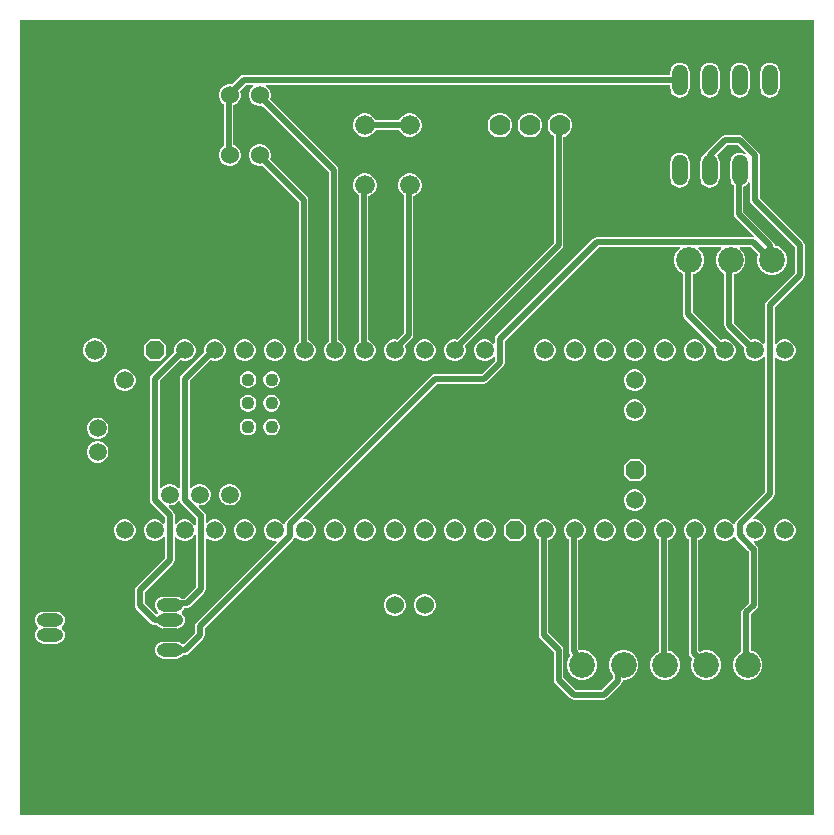
<source format=gbr>
%TF.GenerationSoftware,Altium Limited,Altium Designer,23.10.1 (27)*%
G04 Layer_Physical_Order=2*
G04 Layer_Color=16711680*
%FSLAX45Y45*%
%MOMM*%
%TF.SameCoordinates,630E0BF6-42D4-4CFD-A4DF-94D7906D83A5*%
%TF.FilePolarity,Positive*%
%TF.FileFunction,Copper,L2,Bot,Signal*%
%TF.Part,Single*%
G01*
G75*
%TA.AperFunction,ComponentPad*%
%ADD10C,2.18440*%
%ADD11C,1.52400*%
%ADD12C,1.10795*%
%ADD13C,1.50800*%
%ADD14R,1.50800X1.50800*%
G04:AMPARAMS|DCode=15|XSize=1.508mm|YSize=1.508mm|CornerRadius=0mm|HoleSize=0mm|Usage=FLASHONLY|Rotation=90.000|XOffset=0mm|YOffset=0mm|HoleType=Round|Shape=Octagon|*
%AMOCTAGOND15*
4,1,8,0.37700,0.75400,-0.37700,0.75400,-0.75400,0.37700,-0.75400,-0.37700,-0.37700,-0.75400,0.37700,-0.75400,0.75400,-0.37700,0.75400,0.37700,0.37700,0.75400,0.0*
%
%ADD15OCTAGOND15*%

%ADD16C,1.67640*%
%ADD17R,1.50800X1.50800*%
%ADD18C,1.77800*%
%ADD19O,1.32080X2.64160*%
%ADD20O,2.21590X1.10795*%
%TA.AperFunction,Conductor*%
%ADD21C,0.50800*%
%ADD22C,0.30480*%
G36*
X9897529Y1143000D02*
X3175000D01*
Y7874000D01*
X9897529D01*
Y1143000D01*
D02*
G37*
%LPC*%
G36*
X8763000Y7514021D02*
X8741782Y7511228D01*
X8722009Y7503038D01*
X8705031Y7490009D01*
X8692002Y7473031D01*
X8683812Y7453258D01*
X8681019Y7432040D01*
Y7410040D01*
X5069027D01*
X5053170Y7406886D01*
X5039727Y7397903D01*
X4970737Y7328913D01*
X4965038Y7330440D01*
X4940962D01*
X4917705Y7324208D01*
X4896855Y7312170D01*
X4879830Y7295145D01*
X4867792Y7274295D01*
X4861560Y7251038D01*
Y7226962D01*
X4867792Y7203705D01*
X4879830Y7182855D01*
X4896855Y7165830D01*
X4900591Y7163673D01*
Y6806327D01*
X4896855Y6804170D01*
X4879830Y6787145D01*
X4867792Y6766295D01*
X4861560Y6743038D01*
Y6718962D01*
X4867792Y6695705D01*
X4879830Y6674855D01*
X4896855Y6657830D01*
X4917705Y6645792D01*
X4940962Y6639560D01*
X4965038D01*
X4988295Y6645792D01*
X5009145Y6657830D01*
X5026170Y6674855D01*
X5038208Y6695705D01*
X5044440Y6718962D01*
Y6743038D01*
X5038208Y6766295D01*
X5026170Y6787145D01*
X5009145Y6804170D01*
X4988295Y6816208D01*
X4983463Y6817503D01*
Y7152497D01*
X4988295Y7153792D01*
X5009145Y7165830D01*
X5026170Y7182855D01*
X5038208Y7203705D01*
X5044440Y7226962D01*
Y7251038D01*
X5038208Y7274295D01*
X5036418Y7277395D01*
X5086191Y7327167D01*
X5151430D01*
X5154833Y7314467D01*
X5150855Y7312170D01*
X5133830Y7295145D01*
X5121792Y7274295D01*
X5115560Y7251038D01*
Y7226962D01*
X5121792Y7203705D01*
X5133830Y7182855D01*
X5150855Y7165830D01*
X5171705Y7153792D01*
X5194962Y7147560D01*
X5219038D01*
X5228843Y7150187D01*
X5789591Y6589440D01*
Y5154403D01*
X5786346Y5152530D01*
X5769470Y5135654D01*
X5757537Y5114986D01*
X5751360Y5091933D01*
Y5068067D01*
X5757537Y5045014D01*
X5769470Y5024346D01*
X5786346Y5007470D01*
X5807014Y4995537D01*
X5830067Y4989360D01*
X5853933D01*
X5876986Y4995537D01*
X5897654Y5007470D01*
X5914530Y5024346D01*
X5926463Y5045014D01*
X5932640Y5068067D01*
Y5091933D01*
X5926463Y5114986D01*
X5914530Y5135654D01*
X5897654Y5152530D01*
X5876986Y5164463D01*
X5872463Y5165675D01*
Y6606603D01*
X5869309Y6622460D01*
X5860327Y6635903D01*
X5292275Y7203955D01*
X5298440Y7226962D01*
Y7251038D01*
X5292208Y7274295D01*
X5280170Y7295145D01*
X5263145Y7312170D01*
X5259167Y7314467D01*
X5262570Y7327167D01*
X8681019D01*
Y7299960D01*
X8683812Y7278742D01*
X8692002Y7258969D01*
X8705031Y7241991D01*
X8722009Y7228962D01*
X8741782Y7220772D01*
X8763000Y7217979D01*
X8784218Y7220772D01*
X8803991Y7228962D01*
X8820969Y7241991D01*
X8833998Y7258969D01*
X8842188Y7278742D01*
X8844981Y7299960D01*
Y7432040D01*
X8842188Y7453258D01*
X8833998Y7473031D01*
X8820969Y7490009D01*
X8803991Y7503038D01*
X8784218Y7511228D01*
X8763000Y7514021D01*
D02*
G37*
G36*
X9525000D02*
X9503782Y7511228D01*
X9484009Y7503038D01*
X9467031Y7490009D01*
X9454002Y7473031D01*
X9445812Y7453258D01*
X9443019Y7432040D01*
Y7299960D01*
X9445812Y7278742D01*
X9454002Y7258969D01*
X9467031Y7241991D01*
X9484009Y7228962D01*
X9503782Y7220772D01*
X9525000Y7217979D01*
X9546218Y7220772D01*
X9565991Y7228962D01*
X9582969Y7241991D01*
X9595998Y7258969D01*
X9604188Y7278742D01*
X9606981Y7299960D01*
Y7432040D01*
X9604188Y7453258D01*
X9595998Y7473031D01*
X9582969Y7490009D01*
X9565991Y7503038D01*
X9546218Y7511228D01*
X9525000Y7514021D01*
D02*
G37*
G36*
X9271000D02*
X9249782Y7511228D01*
X9230009Y7503038D01*
X9213031Y7490009D01*
X9200002Y7473031D01*
X9191812Y7453258D01*
X9189019Y7432040D01*
Y7299960D01*
X9191812Y7278742D01*
X9200002Y7258969D01*
X9213031Y7241991D01*
X9230009Y7228962D01*
X9249782Y7220772D01*
X9271000Y7217979D01*
X9292218Y7220772D01*
X9311991Y7228962D01*
X9328969Y7241991D01*
X9341998Y7258969D01*
X9350188Y7278742D01*
X9352981Y7299960D01*
Y7432040D01*
X9350188Y7453258D01*
X9341998Y7473031D01*
X9328969Y7490009D01*
X9311991Y7503038D01*
X9292218Y7511228D01*
X9271000Y7514021D01*
D02*
G37*
G36*
X9017000D02*
X8995782Y7511228D01*
X8976009Y7503038D01*
X8959031Y7490009D01*
X8946002Y7473031D01*
X8937812Y7453258D01*
X8935019Y7432040D01*
Y7299960D01*
X8937812Y7278742D01*
X8946002Y7258969D01*
X8959031Y7241991D01*
X8976009Y7228962D01*
X8995782Y7220772D01*
X9017000Y7217979D01*
X9038218Y7220772D01*
X9057991Y7228962D01*
X9074969Y7241991D01*
X9087998Y7258969D01*
X9096188Y7278742D01*
X9098981Y7299960D01*
Y7432040D01*
X9096188Y7453258D01*
X9087998Y7473031D01*
X9074969Y7490009D01*
X9057991Y7503038D01*
X9038218Y7511228D01*
X9017000Y7514021D01*
D02*
G37*
G36*
X6490041Y7084060D02*
X6463959D01*
X6438764Y7077309D01*
X6416176Y7064268D01*
X6397732Y7045824D01*
X6388042Y7029040D01*
X6184958D01*
X6175268Y7045824D01*
X6156824Y7064268D01*
X6134236Y7077309D01*
X6109041Y7084060D01*
X6082959D01*
X6057764Y7077309D01*
X6035176Y7064268D01*
X6016732Y7045824D01*
X6003691Y7023236D01*
X5996940Y6998041D01*
Y6971959D01*
X6003691Y6946764D01*
X6016732Y6924176D01*
X6035176Y6905732D01*
X6057764Y6892691D01*
X6082959Y6885940D01*
X6109041D01*
X6134236Y6892691D01*
X6156824Y6905732D01*
X6175268Y6924176D01*
X6187965Y6946167D01*
X6385035D01*
X6397732Y6924176D01*
X6416176Y6905732D01*
X6438764Y6892691D01*
X6463959Y6885940D01*
X6490041D01*
X6515236Y6892691D01*
X6537824Y6905732D01*
X6556268Y6924176D01*
X6569309Y6946764D01*
X6576060Y6971959D01*
Y6998041D01*
X6569309Y7023236D01*
X6556268Y7045824D01*
X6537824Y7064268D01*
X6515236Y7077309D01*
X6490041Y7084060D01*
D02*
G37*
G36*
X7506710Y7089140D02*
X7479290D01*
X7452803Y7082043D01*
X7429057Y7068333D01*
X7409667Y7048943D01*
X7395957Y7025197D01*
X7388860Y6998710D01*
Y6971290D01*
X7395957Y6944803D01*
X7409667Y6921057D01*
X7429057Y6901667D01*
X7452803Y6887957D01*
X7479290Y6880860D01*
X7506710D01*
X7533197Y6887957D01*
X7556943Y6901667D01*
X7576333Y6921057D01*
X7590043Y6944803D01*
X7597140Y6971290D01*
Y6998710D01*
X7590043Y7025197D01*
X7576333Y7048943D01*
X7556943Y7068333D01*
X7533197Y7082043D01*
X7506710Y7089140D01*
D02*
G37*
G36*
X7252710D02*
X7225290D01*
X7198803Y7082043D01*
X7175057Y7068333D01*
X7155667Y7048943D01*
X7141957Y7025197D01*
X7134860Y6998710D01*
Y6971290D01*
X7141957Y6944803D01*
X7155667Y6921057D01*
X7175057Y6901667D01*
X7198803Y6887957D01*
X7225290Y6880860D01*
X7252710D01*
X7279197Y6887957D01*
X7302943Y6901667D01*
X7322333Y6921057D01*
X7336043Y6944803D01*
X7343140Y6971290D01*
Y6998710D01*
X7336043Y7025197D01*
X7322333Y7048943D01*
X7302943Y7068333D01*
X7279197Y7082043D01*
X7252710Y7089140D01*
D02*
G37*
G36*
X9271000Y6899436D02*
X9144000D01*
X9128143Y6896282D01*
X9114700Y6887300D01*
X8987700Y6760300D01*
X8978718Y6746857D01*
X8977700Y6741738D01*
X8976009Y6741038D01*
X8959031Y6728009D01*
X8946002Y6711031D01*
X8937812Y6691258D01*
X8935019Y6670040D01*
Y6537960D01*
X8937812Y6516742D01*
X8946002Y6496969D01*
X8959031Y6479991D01*
X8976009Y6466962D01*
X8995782Y6458772D01*
X9017000Y6455979D01*
X9038218Y6458772D01*
X9057991Y6466962D01*
X9074969Y6479991D01*
X9087998Y6496969D01*
X9096188Y6516742D01*
X9098981Y6537960D01*
Y6670040D01*
X9096188Y6691258D01*
X9087998Y6711031D01*
X9074969Y6728009D01*
X9074824Y6730225D01*
X9161164Y6816564D01*
X9253836D01*
X9319127Y6751273D01*
X9311990Y6741038D01*
X9292218Y6749228D01*
X9271000Y6752021D01*
X9249782Y6749228D01*
X9230009Y6741038D01*
X9213031Y6728009D01*
X9200002Y6711031D01*
X9191812Y6691258D01*
X9189019Y6670040D01*
Y6537960D01*
X9191812Y6516742D01*
X9200002Y6496969D01*
X9213031Y6479991D01*
X9218591Y6475724D01*
Y6233973D01*
X9221745Y6218116D01*
X9230727Y6204673D01*
X9387890Y6047510D01*
X9381634Y6035806D01*
X9381160Y6035900D01*
X8058607D01*
X8042750Y6032746D01*
X8029307Y6023763D01*
X8029307Y6023763D01*
X7209700Y5204131D01*
X7200718Y5190688D01*
X7197564Y5174831D01*
Y5138479D01*
X7184864Y5135076D01*
X7184530Y5135654D01*
X7167654Y5152530D01*
X7146986Y5164463D01*
X7123933Y5170640D01*
X7100067D01*
X7077014Y5164463D01*
X7056346Y5152530D01*
X7039470Y5135654D01*
X7027537Y5114986D01*
X7021360Y5091933D01*
Y5068067D01*
X7027537Y5045014D01*
X7039470Y5024346D01*
X7056346Y5007470D01*
X7077014Y4995537D01*
X7100067Y4989360D01*
X7123933D01*
X7146986Y4995537D01*
X7167654Y5007470D01*
X7184530Y5024346D01*
X7184864Y5024924D01*
X7197564Y5021521D01*
Y4989506D01*
X7086933Y4878875D01*
X6691755D01*
X6675899Y4875721D01*
X6662456Y4866739D01*
X6662455Y4866738D01*
X5431700Y3635960D01*
X5422718Y3622517D01*
X5420720Y3612476D01*
X5419590Y3611794D01*
X5407332Y3610265D01*
X5406530Y3611654D01*
X5389654Y3628530D01*
X5368986Y3640463D01*
X5345933Y3646640D01*
X5322067D01*
X5299014Y3640463D01*
X5278346Y3628530D01*
X5261470Y3611654D01*
X5249537Y3590986D01*
X5243360Y3567933D01*
Y3544067D01*
X5249537Y3521014D01*
X5261470Y3500346D01*
X5278346Y3483470D01*
X5299014Y3471537D01*
X5322067Y3465360D01*
X5344458D01*
X5349902Y3458485D01*
X5351967Y3454909D01*
X4669701Y2772661D01*
X4669700Y2772661D01*
X4660718Y2759218D01*
X4657564Y2743361D01*
Y2684164D01*
X4562980Y2589580D01*
X4550776Y2590379D01*
X4536021Y2601702D01*
X4518838Y2608819D01*
X4500397Y2611247D01*
X4389603D01*
X4371162Y2608819D01*
X4353979Y2601702D01*
X4339223Y2590379D01*
X4327901Y2575623D01*
X4320783Y2558440D01*
X4318356Y2540000D01*
X4320783Y2521560D01*
X4327901Y2504377D01*
X4339223Y2489621D01*
X4353979Y2478298D01*
X4371162Y2471181D01*
X4389603Y2468753D01*
X4500397D01*
X4518838Y2471181D01*
X4536021Y2478298D01*
X4550777Y2489621D01*
X4557639Y2498564D01*
X4572000D01*
X4587857Y2501718D01*
X4601300Y2510700D01*
X4728300Y2637700D01*
X4737282Y2651143D01*
X4740436Y2667000D01*
Y2726197D01*
X5490300Y3476040D01*
X5499282Y3489483D01*
X5501280Y3499524D01*
X5514668Y3501735D01*
X5515470Y3500346D01*
X5532346Y3483470D01*
X5553014Y3471537D01*
X5576067Y3465360D01*
X5599933D01*
X5622986Y3471537D01*
X5643654Y3483470D01*
X5660530Y3500346D01*
X5672463Y3521014D01*
X5678640Y3544067D01*
Y3567933D01*
X5672463Y3590986D01*
X5660530Y3611654D01*
X5643654Y3628530D01*
X5622986Y3640463D01*
X5599933Y3646640D01*
X5577539D01*
X5572116Y3653484D01*
X5570032Y3657094D01*
X6708919Y4796003D01*
X7104096D01*
X7119953Y4799157D01*
X7133396Y4808139D01*
X7268300Y4943043D01*
X7277282Y4956486D01*
X7280436Y4972343D01*
Y5157668D01*
X8075771Y5953027D01*
X8762510D01*
X8762528Y5952957D01*
X8764308Y5940327D01*
X8742401Y5918420D01*
X8726016Y5890040D01*
X8717534Y5858386D01*
Y5825614D01*
X8726016Y5793960D01*
X8742401Y5765580D01*
X8765574Y5742407D01*
X8789585Y5728545D01*
Y5384609D01*
X8792739Y5368753D01*
X8801721Y5355310D01*
X9055841Y5101190D01*
X9053360Y5091933D01*
Y5068067D01*
X9059537Y5045014D01*
X9071470Y5024346D01*
X9088346Y5007470D01*
X9109014Y4995537D01*
X9132067Y4989360D01*
X9155933D01*
X9178986Y4995537D01*
X9199654Y5007470D01*
X9216530Y5024346D01*
X9228463Y5045014D01*
X9234640Y5068067D01*
Y5091933D01*
X9228463Y5114986D01*
X9216530Y5135654D01*
X9199654Y5152530D01*
X9178986Y5164463D01*
X9155933Y5170640D01*
X9132067D01*
X9109608Y5164622D01*
X8872457Y5401773D01*
Y5721312D01*
X8890034Y5726022D01*
X8918414Y5742407D01*
X8941587Y5765580D01*
X8957972Y5793960D01*
X8966454Y5825614D01*
Y5858386D01*
X8957972Y5890040D01*
X8941587Y5918420D01*
X8919680Y5940327D01*
X8921460Y5952957D01*
X8921478Y5953027D01*
X9112522D01*
X9112540Y5952957D01*
X9114320Y5940327D01*
X9092413Y5918420D01*
X9076028Y5890040D01*
X9067546Y5858386D01*
Y5825614D01*
X9076028Y5793960D01*
X9092413Y5765580D01*
X9115586Y5742407D01*
X9139597Y5728545D01*
Y5288598D01*
X9142751Y5272741D01*
X9151733Y5259298D01*
X9309841Y5101190D01*
X9307360Y5091933D01*
Y5068067D01*
X9313537Y5045014D01*
X9325470Y5024346D01*
X9342346Y5007470D01*
X9363014Y4995537D01*
X9386067Y4989360D01*
X9409933D01*
X9432986Y4995537D01*
X9453654Y5007470D01*
X9470530Y5024346D01*
X9470864Y5024924D01*
X9483564Y5021521D01*
Y3877824D01*
X9241700Y3635960D01*
X9232718Y3622517D01*
X9230720Y3612476D01*
X9217332Y3610265D01*
X9216530Y3611654D01*
X9199654Y3628530D01*
X9178986Y3640463D01*
X9155933Y3646640D01*
X9132067D01*
X9109014Y3640463D01*
X9088346Y3628530D01*
X9071470Y3611654D01*
X9059537Y3590986D01*
X9053360Y3567933D01*
Y3544067D01*
X9059537Y3521014D01*
X9071470Y3500346D01*
X9088346Y3483470D01*
X9109014Y3471537D01*
X9132067Y3465360D01*
X9155933D01*
X9178986Y3471537D01*
X9199654Y3483470D01*
X9216530Y3500346D01*
X9218102Y3503069D01*
X9226657Y3502930D01*
X9231491Y3500858D01*
X9232716Y3494695D01*
X9232717Y3494692D01*
X9232718Y3494690D01*
X9237230Y3487937D01*
X9241697Y3481250D01*
X9343728Y3379193D01*
X9343730Y3379192D01*
X9343732Y3379190D01*
X9345591Y3377331D01*
Y2940767D01*
X9295726Y2890902D01*
X9286744Y2877459D01*
X9283590Y2861602D01*
Y2526455D01*
X9259578Y2512593D01*
X9236406Y2489420D01*
X9220020Y2461040D01*
X9211539Y2429386D01*
Y2396614D01*
X9220020Y2364960D01*
X9236406Y2336580D01*
X9259578Y2313407D01*
X9287959Y2297022D01*
X9319613Y2288540D01*
X9352384D01*
X9384038Y2297022D01*
X9412419Y2313407D01*
X9435591Y2336580D01*
X9451977Y2364960D01*
X9460459Y2396614D01*
Y2429386D01*
X9451977Y2461040D01*
X9435591Y2489420D01*
X9412419Y2512593D01*
X9384038Y2528978D01*
X9366462Y2533688D01*
Y2844439D01*
X9416327Y2894304D01*
X9425309Y2907747D01*
X9428464Y2923603D01*
X9428463Y2923605D01*
Y3394494D01*
X9425309Y3410351D01*
X9416327Y3423794D01*
X9402335Y3437786D01*
X9387465Y3452660D01*
X9392726Y3465360D01*
X9409933D01*
X9432986Y3471537D01*
X9453654Y3483470D01*
X9470530Y3500346D01*
X9482463Y3521014D01*
X9488640Y3544067D01*
Y3567933D01*
X9482463Y3590986D01*
X9470530Y3611654D01*
X9453654Y3628530D01*
X9432986Y3640463D01*
X9409933Y3646640D01*
X9387540D01*
X9382108Y3653497D01*
X9380032Y3657093D01*
X9554300Y3831360D01*
X9563282Y3844803D01*
X9566437Y3860660D01*
X9566436Y3860662D01*
Y5021521D01*
X9579136Y5024924D01*
X9579470Y5024346D01*
X9596346Y5007470D01*
X9617014Y4995537D01*
X9640067Y4989360D01*
X9663933D01*
X9686986Y4995537D01*
X9707654Y5007470D01*
X9724530Y5024346D01*
X9736463Y5045014D01*
X9742640Y5068067D01*
Y5091933D01*
X9736463Y5114986D01*
X9724530Y5135654D01*
X9707654Y5152530D01*
X9686986Y5164463D01*
X9663933Y5170640D01*
X9640067D01*
X9617014Y5164463D01*
X9596346Y5152530D01*
X9579470Y5135654D01*
X9579136Y5135076D01*
X9566436Y5138479D01*
Y5443836D01*
X9808300Y5685700D01*
X9817282Y5699143D01*
X9820437Y5715000D01*
X9820436Y5715001D01*
Y5969000D01*
X9817282Y5984857D01*
X9808300Y5998300D01*
X9439436Y6367164D01*
Y6710995D01*
X9437447Y6720997D01*
X9439436Y6731000D01*
X9436282Y6746857D01*
X9427300Y6760300D01*
X9300300Y6887300D01*
X9286857Y6896282D01*
X9271000Y6899436D01*
D02*
G37*
G36*
X8763000Y6752021D02*
X8741782Y6749228D01*
X8722009Y6741038D01*
X8705031Y6728009D01*
X8692002Y6711031D01*
X8683812Y6691258D01*
X8681019Y6670040D01*
Y6537960D01*
X8683812Y6516742D01*
X8692002Y6496969D01*
X8705031Y6479991D01*
X8722009Y6466962D01*
X8741782Y6458772D01*
X8763000Y6455979D01*
X8784218Y6458772D01*
X8803991Y6466962D01*
X8820969Y6479991D01*
X8833998Y6496969D01*
X8842188Y6516742D01*
X8844981Y6537960D01*
Y6670040D01*
X8842188Y6691258D01*
X8833998Y6711031D01*
X8820969Y6728009D01*
X8803991Y6741038D01*
X8784218Y6749228D01*
X8763000Y6752021D01*
D02*
G37*
G36*
X7760710Y7089140D02*
X7733290D01*
X7706803Y7082043D01*
X7683057Y7068333D01*
X7663667Y7048943D01*
X7649957Y7025197D01*
X7642860Y6998710D01*
Y6971290D01*
X7649957Y6944803D01*
X7663667Y6921057D01*
X7683057Y6901667D01*
X7694591Y6895008D01*
Y5988767D01*
X6875084Y5169260D01*
X6869933Y5170640D01*
X6846067D01*
X6823014Y5164463D01*
X6802346Y5152530D01*
X6785470Y5135654D01*
X6773537Y5114986D01*
X6767360Y5091933D01*
Y5068067D01*
X6773537Y5045014D01*
X6785470Y5024346D01*
X6802346Y5007470D01*
X6823014Y4995537D01*
X6846067Y4989360D01*
X6869933D01*
X6892986Y4995537D01*
X6913654Y5007470D01*
X6930530Y5024346D01*
X6942463Y5045014D01*
X6948640Y5068067D01*
Y5091933D01*
X6942463Y5114986D01*
X6940833Y5117809D01*
X7765327Y5942304D01*
X7774309Y5955747D01*
X7777463Y5971603D01*
Y6885349D01*
X7787197Y6887957D01*
X7810943Y6901667D01*
X7830333Y6921057D01*
X7844043Y6944803D01*
X7851140Y6971290D01*
Y6998710D01*
X7844043Y7025197D01*
X7830333Y7048943D01*
X7810943Y7068333D01*
X7787197Y7082043D01*
X7760710Y7089140D01*
D02*
G37*
G36*
X6490041Y6576060D02*
X6463959D01*
X6438764Y6569309D01*
X6416176Y6556268D01*
X6397732Y6537824D01*
X6384691Y6515236D01*
X6377940Y6490041D01*
Y6463959D01*
X6384691Y6438764D01*
X6397732Y6416176D01*
X6416176Y6397732D01*
X6424591Y6392874D01*
Y5226767D01*
X6367084Y5169260D01*
X6361933Y5170640D01*
X6338067D01*
X6315014Y5164463D01*
X6294346Y5152530D01*
X6277470Y5135654D01*
X6265537Y5114986D01*
X6259360Y5091933D01*
Y5068067D01*
X6265537Y5045014D01*
X6277470Y5024346D01*
X6294346Y5007470D01*
X6315014Y4995537D01*
X6338067Y4989360D01*
X6361933D01*
X6384986Y4995537D01*
X6405654Y5007470D01*
X6422530Y5024346D01*
X6434463Y5045014D01*
X6440640Y5068067D01*
Y5091933D01*
X6434463Y5114986D01*
X6432833Y5117809D01*
X6495327Y5180304D01*
X6504309Y5193747D01*
X6507463Y5209604D01*
Y6382608D01*
X6515236Y6384691D01*
X6537824Y6397732D01*
X6556268Y6416176D01*
X6569309Y6438764D01*
X6576060Y6463959D01*
Y6490041D01*
X6569309Y6515236D01*
X6556268Y6537824D01*
X6537824Y6556268D01*
X6515236Y6569309D01*
X6490041Y6576060D01*
D02*
G37*
G36*
X8901933Y5170640D02*
X8878067D01*
X8855014Y5164463D01*
X8834346Y5152530D01*
X8817470Y5135654D01*
X8805537Y5114986D01*
X8799360Y5091933D01*
Y5068067D01*
X8805537Y5045014D01*
X8817470Y5024346D01*
X8834346Y5007470D01*
X8855014Y4995537D01*
X8878067Y4989360D01*
X8901933D01*
X8924986Y4995537D01*
X8945654Y5007470D01*
X8962530Y5024346D01*
X8974463Y5045014D01*
X8980640Y5068067D01*
Y5091933D01*
X8974463Y5114986D01*
X8962530Y5135654D01*
X8945654Y5152530D01*
X8924986Y5164463D01*
X8901933Y5170640D01*
D02*
G37*
G36*
X8647933D02*
X8624067D01*
X8601014Y5164463D01*
X8580346Y5152530D01*
X8563470Y5135654D01*
X8551537Y5114986D01*
X8545360Y5091933D01*
Y5068067D01*
X8551537Y5045014D01*
X8563470Y5024346D01*
X8580346Y5007470D01*
X8601014Y4995537D01*
X8624067Y4989360D01*
X8647933D01*
X8670986Y4995537D01*
X8691654Y5007470D01*
X8708530Y5024346D01*
X8720463Y5045014D01*
X8726640Y5068067D01*
Y5091933D01*
X8720463Y5114986D01*
X8708530Y5135654D01*
X8691654Y5152530D01*
X8670986Y5164463D01*
X8647933Y5170640D01*
D02*
G37*
G36*
X8393933D02*
X8370067D01*
X8347014Y5164463D01*
X8326346Y5152530D01*
X8309470Y5135654D01*
X8297537Y5114986D01*
X8291360Y5091933D01*
Y5068067D01*
X8297537Y5045014D01*
X8309470Y5024346D01*
X8326346Y5007470D01*
X8347014Y4995537D01*
X8370067Y4989360D01*
X8393933D01*
X8416986Y4995537D01*
X8437654Y5007470D01*
X8454530Y5024346D01*
X8466463Y5045014D01*
X8472640Y5068067D01*
Y5091933D01*
X8466463Y5114986D01*
X8454530Y5135654D01*
X8437654Y5152530D01*
X8416986Y5164463D01*
X8393933Y5170640D01*
D02*
G37*
G36*
X8139933D02*
X8116067D01*
X8093014Y5164463D01*
X8072346Y5152530D01*
X8055470Y5135654D01*
X8043537Y5114986D01*
X8037360Y5091933D01*
Y5068067D01*
X8043537Y5045014D01*
X8055470Y5024346D01*
X8072346Y5007470D01*
X8093014Y4995537D01*
X8116067Y4989360D01*
X8139933D01*
X8162986Y4995537D01*
X8183654Y5007470D01*
X8200530Y5024346D01*
X8212463Y5045014D01*
X8218640Y5068067D01*
Y5091933D01*
X8212463Y5114986D01*
X8200530Y5135654D01*
X8183654Y5152530D01*
X8162986Y5164463D01*
X8139933Y5170640D01*
D02*
G37*
G36*
X7885933D02*
X7862067D01*
X7839014Y5164463D01*
X7818346Y5152530D01*
X7801470Y5135654D01*
X7789537Y5114986D01*
X7783360Y5091933D01*
Y5068067D01*
X7789537Y5045014D01*
X7801470Y5024346D01*
X7818346Y5007470D01*
X7839014Y4995537D01*
X7862067Y4989360D01*
X7885933D01*
X7908986Y4995537D01*
X7929654Y5007470D01*
X7946530Y5024346D01*
X7958463Y5045014D01*
X7964640Y5068067D01*
Y5091933D01*
X7958463Y5114986D01*
X7946530Y5135654D01*
X7929654Y5152530D01*
X7908986Y5164463D01*
X7885933Y5170640D01*
D02*
G37*
G36*
X7631933D02*
X7608067D01*
X7585014Y5164463D01*
X7564346Y5152530D01*
X7547470Y5135654D01*
X7535537Y5114986D01*
X7529360Y5091933D01*
Y5068067D01*
X7535537Y5045014D01*
X7547470Y5024346D01*
X7564346Y5007470D01*
X7585014Y4995537D01*
X7608067Y4989360D01*
X7631933D01*
X7654986Y4995537D01*
X7675654Y5007470D01*
X7692530Y5024346D01*
X7704463Y5045014D01*
X7710640Y5068067D01*
Y5091933D01*
X7704463Y5114986D01*
X7692530Y5135654D01*
X7675654Y5152530D01*
X7654986Y5164463D01*
X7631933Y5170640D01*
D02*
G37*
G36*
X6615933D02*
X6592067D01*
X6569014Y5164463D01*
X6548346Y5152530D01*
X6531470Y5135654D01*
X6519537Y5114986D01*
X6513360Y5091933D01*
Y5068067D01*
X6519537Y5045014D01*
X6531470Y5024346D01*
X6548346Y5007470D01*
X6569014Y4995537D01*
X6592067Y4989360D01*
X6615933D01*
X6638986Y4995537D01*
X6659654Y5007470D01*
X6676530Y5024346D01*
X6688463Y5045014D01*
X6694640Y5068067D01*
Y5091933D01*
X6688463Y5114986D01*
X6676530Y5135654D01*
X6659654Y5152530D01*
X6638986Y5164463D01*
X6615933Y5170640D01*
D02*
G37*
G36*
X6109041Y6576060D02*
X6082959D01*
X6057764Y6569309D01*
X6035176Y6556268D01*
X6016732Y6537824D01*
X6003691Y6515236D01*
X5996940Y6490041D01*
Y6463959D01*
X6003691Y6438764D01*
X6016732Y6416176D01*
X6035176Y6397732D01*
X6043591Y6392874D01*
Y5154403D01*
X6040346Y5152530D01*
X6023470Y5135654D01*
X6011537Y5114986D01*
X6005360Y5091933D01*
Y5068067D01*
X6011537Y5045014D01*
X6023470Y5024346D01*
X6040346Y5007470D01*
X6061014Y4995537D01*
X6084067Y4989360D01*
X6107933D01*
X6130986Y4995537D01*
X6151654Y5007470D01*
X6168530Y5024346D01*
X6180463Y5045014D01*
X6186640Y5068067D01*
Y5091933D01*
X6180463Y5114986D01*
X6168530Y5135654D01*
X6151654Y5152530D01*
X6130986Y5164463D01*
X6126463Y5165675D01*
Y6382608D01*
X6134236Y6384691D01*
X6156824Y6397732D01*
X6175268Y6416176D01*
X6188309Y6438764D01*
X6195060Y6463959D01*
Y6490041D01*
X6188309Y6515236D01*
X6175268Y6537824D01*
X6156824Y6556268D01*
X6134236Y6569309D01*
X6109041Y6576060D01*
D02*
G37*
G36*
X5219038Y6822440D02*
X5194962D01*
X5171705Y6816208D01*
X5150855Y6804170D01*
X5133830Y6787145D01*
X5121792Y6766295D01*
X5115560Y6743038D01*
Y6718962D01*
X5121792Y6695705D01*
X5133830Y6674855D01*
X5150855Y6657830D01*
X5171705Y6645792D01*
X5194962Y6639560D01*
X5219038D01*
X5228843Y6642187D01*
X5535591Y6335440D01*
Y5154403D01*
X5532346Y5152530D01*
X5515470Y5135654D01*
X5503537Y5114986D01*
X5497360Y5091933D01*
Y5068067D01*
X5503537Y5045014D01*
X5515470Y5024346D01*
X5532346Y5007470D01*
X5553014Y4995537D01*
X5576067Y4989360D01*
X5599933D01*
X5622986Y4995537D01*
X5643654Y5007470D01*
X5660530Y5024346D01*
X5672463Y5045014D01*
X5678640Y5068067D01*
Y5091933D01*
X5672463Y5114986D01*
X5660530Y5135654D01*
X5643654Y5152530D01*
X5622986Y5164463D01*
X5618463Y5165675D01*
Y6352604D01*
X5615309Y6368460D01*
X5606327Y6381903D01*
X5292275Y6695955D01*
X5298440Y6718962D01*
Y6743038D01*
X5292208Y6766295D01*
X5280170Y6787145D01*
X5263145Y6804170D01*
X5242295Y6816208D01*
X5219038Y6822440D01*
D02*
G37*
G36*
X5345933Y5170640D02*
X5322067D01*
X5299014Y5164463D01*
X5278346Y5152530D01*
X5261470Y5135654D01*
X5249537Y5114986D01*
X5243360Y5091933D01*
Y5068067D01*
X5249537Y5045014D01*
X5261470Y5024346D01*
X5278346Y5007470D01*
X5299014Y4995537D01*
X5322067Y4989360D01*
X5345933D01*
X5368986Y4995537D01*
X5389654Y5007470D01*
X5406530Y5024346D01*
X5418463Y5045014D01*
X5424640Y5068067D01*
Y5091933D01*
X5418463Y5114986D01*
X5406530Y5135654D01*
X5389654Y5152530D01*
X5368986Y5164463D01*
X5345933Y5170640D01*
D02*
G37*
G36*
X5091933D02*
X5068067D01*
X5045014Y5164463D01*
X5024346Y5152530D01*
X5007470Y5135654D01*
X4995537Y5114986D01*
X4989360Y5091933D01*
Y5068067D01*
X4995537Y5045014D01*
X5007470Y5024346D01*
X5024346Y5007470D01*
X5045014Y4995537D01*
X5068067Y4989360D01*
X5091933D01*
X5114986Y4995537D01*
X5135654Y5007470D01*
X5152530Y5024346D01*
X5164463Y5045014D01*
X5170640Y5068067D01*
Y5091933D01*
X5164463Y5114986D01*
X5152530Y5135654D01*
X5135654Y5152530D01*
X5114986Y5164463D01*
X5091933Y5170640D01*
D02*
G37*
G36*
X4837933D02*
X4814067D01*
X4791014Y5164463D01*
X4770346Y5152530D01*
X4753470Y5135654D01*
X4741537Y5114986D01*
X4735360Y5091933D01*
Y5068067D01*
X4736740Y5062916D01*
X4542700Y4868876D01*
X4533718Y4855433D01*
X4530564Y4839576D01*
Y3914479D01*
X4517864Y3911076D01*
X4517530Y3911654D01*
X4500654Y3928529D01*
X4479986Y3940462D01*
X4456933Y3946639D01*
X4433067D01*
X4410014Y3940462D01*
X4389346Y3928529D01*
X4372470Y3911654D01*
X4372136Y3911076D01*
X4359436Y3914479D01*
Y4822413D01*
X4534191Y4997167D01*
X4537014Y4995537D01*
X4560067Y4989360D01*
X4583933D01*
X4606986Y4995537D01*
X4627654Y5007470D01*
X4644530Y5024346D01*
X4656463Y5045014D01*
X4662640Y5068067D01*
Y5091933D01*
X4656463Y5114986D01*
X4644530Y5135654D01*
X4627654Y5152530D01*
X4606986Y5164463D01*
X4583933Y5170640D01*
X4560067D01*
X4537014Y5164463D01*
X4516346Y5152530D01*
X4499470Y5135654D01*
X4487537Y5114986D01*
X4481360Y5091933D01*
Y5068067D01*
X4482740Y5062916D01*
X4288700Y4868876D01*
X4279718Y4855433D01*
X4276564Y4839576D01*
Y3810546D01*
X4279718Y3794689D01*
X4288700Y3781246D01*
X4403564Y3666383D01*
Y3614479D01*
X4390864Y3611076D01*
X4390530Y3611654D01*
X4373654Y3628530D01*
X4352986Y3640463D01*
X4329933Y3646640D01*
X4306067D01*
X4283014Y3640463D01*
X4262346Y3628530D01*
X4245470Y3611654D01*
X4233537Y3590986D01*
X4227360Y3567933D01*
Y3544067D01*
X4233537Y3521014D01*
X4245470Y3500346D01*
X4262346Y3483470D01*
X4283014Y3471537D01*
X4306067Y3465360D01*
X4329933D01*
X4352986Y3471537D01*
X4373654Y3483470D01*
X4390530Y3500346D01*
X4390864Y3500924D01*
X4403564Y3497521D01*
Y3319164D01*
X4161700Y3077300D01*
X4152718Y3063857D01*
X4149564Y3048000D01*
Y2921000D01*
X4152718Y2905143D01*
X4161700Y2891700D01*
X4288700Y2764700D01*
X4302143Y2755718D01*
X4318000Y2752564D01*
X4332361D01*
X4339223Y2743621D01*
X4353979Y2732298D01*
X4371162Y2725181D01*
X4389603Y2722753D01*
X4500397D01*
X4518838Y2725181D01*
X4536021Y2732298D01*
X4550777Y2743621D01*
X4562099Y2758376D01*
X4569217Y2775560D01*
X4571644Y2794000D01*
X4569217Y2812440D01*
X4562099Y2829623D01*
X4550777Y2844379D01*
X4544108Y2849496D01*
Y2865504D01*
X4550777Y2870621D01*
X4562099Y2885376D01*
X4565604Y2893839D01*
X4586275D01*
X4602132Y2896993D01*
X4615575Y2905975D01*
X4736665Y3027065D01*
X4745647Y3040508D01*
X4748801Y3056365D01*
Y3294757D01*
Y3487054D01*
X4761501Y3492315D01*
X4770346Y3483470D01*
X4791014Y3471537D01*
X4814067Y3465360D01*
X4837933D01*
X4860986Y3471537D01*
X4881654Y3483470D01*
X4898530Y3500346D01*
X4910463Y3521014D01*
X4916640Y3544067D01*
Y3567933D01*
X4910463Y3590986D01*
X4898530Y3611654D01*
X4881654Y3628530D01*
X4860986Y3640463D01*
X4837933Y3646640D01*
X4814067D01*
X4791014Y3640463D01*
X4770346Y3628530D01*
X4761501Y3619685D01*
X4748801Y3624946D01*
Y3683000D01*
X4745647Y3698857D01*
X4736665Y3712300D01*
X4723222Y3721282D01*
X4718348Y3722252D01*
X4687940Y3752660D01*
X4693201Y3765360D01*
X4710933D01*
X4733986Y3771537D01*
X4754654Y3783469D01*
X4771530Y3800345D01*
X4783463Y3821014D01*
X4789640Y3844066D01*
Y3867932D01*
X4783463Y3890985D01*
X4771530Y3911654D01*
X4754654Y3928529D01*
X4733986Y3940462D01*
X4710933Y3946639D01*
X4687067D01*
X4664014Y3940462D01*
X4643346Y3928529D01*
X4626470Y3911654D01*
X4626136Y3911076D01*
X4613436Y3914479D01*
Y4822413D01*
X4788191Y4997167D01*
X4791014Y4995537D01*
X4814067Y4989360D01*
X4837933D01*
X4860986Y4995537D01*
X4881654Y5007470D01*
X4898530Y5024346D01*
X4910463Y5045014D01*
X4916640Y5068067D01*
Y5091933D01*
X4910463Y5114986D01*
X4898530Y5135654D01*
X4881654Y5152530D01*
X4860986Y5164463D01*
X4837933Y5170640D01*
D02*
G37*
G36*
X4363320D02*
X4272680D01*
X4227360Y5125320D01*
Y5034680D01*
X4272680Y4989360D01*
X4363320D01*
X4408640Y5034680D01*
Y5125320D01*
X4363320Y5170640D01*
D02*
G37*
G36*
X3823041Y5179060D02*
X3796959D01*
X3771764Y5172309D01*
X3749176Y5159268D01*
X3730732Y5140824D01*
X3717691Y5118236D01*
X3710940Y5093041D01*
Y5066959D01*
X3717691Y5041764D01*
X3730732Y5019176D01*
X3749176Y5000732D01*
X3771764Y4987691D01*
X3796959Y4980940D01*
X3823041D01*
X3848236Y4987691D01*
X3870824Y5000732D01*
X3889268Y5019176D01*
X3902309Y5041764D01*
X3909060Y5066959D01*
Y5093041D01*
X3902309Y5118236D01*
X3889268Y5140824D01*
X3870824Y5159268D01*
X3848236Y5172309D01*
X3823041Y5179060D01*
D02*
G37*
G36*
X5316300Y4900625D02*
X5297700D01*
X5279735Y4895811D01*
X5263627Y4886512D01*
X5250476Y4873360D01*
X5241176Y4857253D01*
X5236362Y4839288D01*
Y4820688D01*
X5241176Y4802723D01*
X5250476Y4786615D01*
X5263627Y4773464D01*
X5279735Y4764164D01*
X5297700Y4759350D01*
X5316300D01*
X5334265Y4764164D01*
X5350372Y4773464D01*
X5363524Y4786615D01*
X5372823Y4802723D01*
X5377637Y4820688D01*
Y4839288D01*
X5372823Y4857253D01*
X5363524Y4873360D01*
X5350372Y4886512D01*
X5334265Y4895811D01*
X5316300Y4900625D01*
D02*
G37*
G36*
X5116300D02*
X5097700D01*
X5079735Y4895811D01*
X5063628Y4886512D01*
X5050476Y4873360D01*
X5041177Y4857253D01*
X5036363Y4839288D01*
Y4820688D01*
X5041177Y4802723D01*
X5050476Y4786615D01*
X5063628Y4773464D01*
X5079735Y4764164D01*
X5097700Y4759350D01*
X5116300D01*
X5134265Y4764164D01*
X5150373Y4773464D01*
X5163524Y4786615D01*
X5172824Y4802723D01*
X5177638Y4820688D01*
Y4839288D01*
X5172824Y4857253D01*
X5163524Y4873360D01*
X5150373Y4886512D01*
X5134265Y4895811D01*
X5116300Y4900625D01*
D02*
G37*
G36*
X8393933Y4916640D02*
X8370067D01*
X8347014Y4910463D01*
X8326346Y4898530D01*
X8309470Y4881654D01*
X8297537Y4860986D01*
X8291360Y4837933D01*
Y4814067D01*
X8297537Y4791014D01*
X8309470Y4770346D01*
X8326346Y4753470D01*
X8347014Y4741537D01*
X8370067Y4735360D01*
X8393933D01*
X8416986Y4741537D01*
X8437654Y4753470D01*
X8454530Y4770346D01*
X8466463Y4791014D01*
X8472640Y4814067D01*
Y4837933D01*
X8466463Y4860986D01*
X8454530Y4881654D01*
X8437654Y4898530D01*
X8416986Y4910463D01*
X8393933Y4916640D01*
D02*
G37*
G36*
X4075933D02*
X4052067D01*
X4029014Y4910463D01*
X4008346Y4898530D01*
X3991470Y4881654D01*
X3979537Y4860986D01*
X3973360Y4837933D01*
Y4814067D01*
X3979537Y4791014D01*
X3991470Y4770346D01*
X4008346Y4753470D01*
X4029014Y4741537D01*
X4052067Y4735360D01*
X4075933D01*
X4098986Y4741537D01*
X4119654Y4753470D01*
X4136530Y4770346D01*
X4148463Y4791014D01*
X4154640Y4814067D01*
Y4837933D01*
X4148463Y4860986D01*
X4136530Y4881654D01*
X4119654Y4898530D01*
X4098986Y4910463D01*
X4075933Y4916640D01*
D02*
G37*
G36*
X5316300Y4700626D02*
X5297700D01*
X5279735Y4695812D01*
X5263627Y4686512D01*
X5250476Y4673361D01*
X5241176Y4657253D01*
X5236362Y4639288D01*
Y4620688D01*
X5241176Y4602723D01*
X5250476Y4586616D01*
X5263627Y4573464D01*
X5279735Y4564165D01*
X5297700Y4559351D01*
X5316300D01*
X5334265Y4564165D01*
X5350372Y4573464D01*
X5363524Y4586616D01*
X5372823Y4602723D01*
X5377637Y4620688D01*
Y4639288D01*
X5372823Y4657253D01*
X5363524Y4673361D01*
X5350372Y4686512D01*
X5334265Y4695812D01*
X5316300Y4700626D01*
D02*
G37*
G36*
X5116300D02*
X5097700D01*
X5079735Y4695812D01*
X5063628Y4686512D01*
X5050476Y4673361D01*
X5041177Y4657253D01*
X5036363Y4639288D01*
Y4620688D01*
X5041177Y4602723D01*
X5050476Y4586616D01*
X5063628Y4573464D01*
X5079735Y4564165D01*
X5097700Y4559351D01*
X5116300D01*
X5134265Y4564165D01*
X5150373Y4573464D01*
X5163524Y4586616D01*
X5172824Y4602723D01*
X5177638Y4620688D01*
Y4639288D01*
X5172824Y4657253D01*
X5163524Y4673361D01*
X5150373Y4686512D01*
X5134265Y4695812D01*
X5116300Y4700626D01*
D02*
G37*
G36*
X8393933Y4662640D02*
X8370067D01*
X8347014Y4656463D01*
X8326346Y4644530D01*
X8309470Y4627654D01*
X8297537Y4606986D01*
X8291360Y4583933D01*
Y4560067D01*
X8297537Y4537014D01*
X8309470Y4516346D01*
X8326346Y4499470D01*
X8347014Y4487537D01*
X8370067Y4481360D01*
X8393933D01*
X8416986Y4487537D01*
X8437654Y4499470D01*
X8454530Y4516346D01*
X8466463Y4537014D01*
X8472640Y4560067D01*
Y4583933D01*
X8466463Y4606986D01*
X8454530Y4627654D01*
X8437654Y4644530D01*
X8416986Y4656463D01*
X8393933Y4662640D01*
D02*
G37*
G36*
X5316300Y4500626D02*
X5297700D01*
X5279735Y4495812D01*
X5263627Y4486513D01*
X5250476Y4473361D01*
X5241176Y4457254D01*
X5236362Y4439288D01*
Y4420689D01*
X5241176Y4402723D01*
X5250476Y4386616D01*
X5263627Y4373464D01*
X5279735Y4364165D01*
X5297700Y4359351D01*
X5316300D01*
X5334265Y4364165D01*
X5350372Y4373464D01*
X5363524Y4386616D01*
X5372823Y4402723D01*
X5377637Y4420689D01*
Y4439288D01*
X5372823Y4457254D01*
X5363524Y4473361D01*
X5350372Y4486513D01*
X5334265Y4495812D01*
X5316300Y4500626D01*
D02*
G37*
G36*
X5116300D02*
X5097700D01*
X5079735Y4495812D01*
X5063628Y4486513D01*
X5050476Y4473361D01*
X5041177Y4457254D01*
X5036363Y4439288D01*
Y4420689D01*
X5041177Y4402723D01*
X5050476Y4386616D01*
X5063628Y4373464D01*
X5079735Y4364165D01*
X5097700Y4359351D01*
X5116300D01*
X5134265Y4364165D01*
X5150373Y4373464D01*
X5163524Y4386616D01*
X5172824Y4402723D01*
X5177638Y4420689D01*
Y4439288D01*
X5172824Y4457254D01*
X5163524Y4473361D01*
X5150373Y4486513D01*
X5134265Y4495812D01*
X5116300Y4500626D01*
D02*
G37*
G36*
X3844945Y4508640D02*
X3821079D01*
X3798027Y4502463D01*
X3777358Y4490530D01*
X3760482Y4473654D01*
X3748550Y4452986D01*
X3742372Y4429933D01*
Y4406067D01*
X3748550Y4383014D01*
X3760482Y4362346D01*
X3777358Y4345470D01*
X3798027Y4333537D01*
X3821079Y4327360D01*
X3844945D01*
X3867998Y4333537D01*
X3888667Y4345470D01*
X3905542Y4362346D01*
X3917475Y4383014D01*
X3923652Y4406067D01*
Y4429933D01*
X3917475Y4452986D01*
X3905542Y4473654D01*
X3888667Y4490530D01*
X3867998Y4502463D01*
X3844945Y4508640D01*
D02*
G37*
G36*
Y4308640D02*
X3821079D01*
X3798027Y4302463D01*
X3777358Y4290530D01*
X3760482Y4273654D01*
X3748550Y4252986D01*
X3742372Y4229933D01*
Y4206067D01*
X3748550Y4183014D01*
X3760482Y4162346D01*
X3777358Y4145470D01*
X3798027Y4133537D01*
X3821079Y4127360D01*
X3844945D01*
X3867998Y4133537D01*
X3888667Y4145470D01*
X3905542Y4162346D01*
X3917475Y4183014D01*
X3923652Y4206067D01*
Y4229933D01*
X3917475Y4252986D01*
X3905542Y4273654D01*
X3888667Y4290530D01*
X3867998Y4302463D01*
X3844945Y4308640D01*
D02*
G37*
G36*
X8427320Y4154640D02*
X8336680D01*
X8291360Y4109320D01*
Y4018680D01*
X8336680Y3973360D01*
X8427320D01*
X8472640Y4018680D01*
Y4109320D01*
X8427320Y4154640D01*
D02*
G37*
G36*
X4964933Y3946639D02*
X4941067D01*
X4918014Y3940462D01*
X4897346Y3928529D01*
X4880470Y3911654D01*
X4868537Y3890985D01*
X4862360Y3867932D01*
Y3844066D01*
X4868537Y3821014D01*
X4880470Y3800345D01*
X4897346Y3783469D01*
X4918014Y3771537D01*
X4941067Y3765360D01*
X4964933D01*
X4987986Y3771537D01*
X5008654Y3783469D01*
X5025530Y3800345D01*
X5037463Y3821014D01*
X5043640Y3844066D01*
Y3867932D01*
X5037463Y3890985D01*
X5025530Y3911654D01*
X5008654Y3928529D01*
X4987986Y3940462D01*
X4964933Y3946639D01*
D02*
G37*
G36*
X8393933Y3900640D02*
X8370067D01*
X8347014Y3894463D01*
X8326346Y3882530D01*
X8309470Y3865654D01*
X8297537Y3844986D01*
X8291360Y3821933D01*
Y3798067D01*
X8297537Y3775014D01*
X8309470Y3754346D01*
X8326346Y3737470D01*
X8347014Y3725537D01*
X8370067Y3719360D01*
X8393933D01*
X8416986Y3725537D01*
X8437654Y3737470D01*
X8454530Y3754346D01*
X8466463Y3775014D01*
X8472640Y3798067D01*
Y3821933D01*
X8466463Y3844986D01*
X8454530Y3865654D01*
X8437654Y3882530D01*
X8416986Y3894463D01*
X8393933Y3900640D01*
D02*
G37*
G36*
X9663933Y3646640D02*
X9640067D01*
X9617014Y3640463D01*
X9596346Y3628530D01*
X9579470Y3611654D01*
X9567537Y3590986D01*
X9561360Y3567933D01*
Y3544067D01*
X9567537Y3521014D01*
X9579470Y3500346D01*
X9596346Y3483470D01*
X9617014Y3471537D01*
X9640067Y3465360D01*
X9663933D01*
X9686986Y3471537D01*
X9707654Y3483470D01*
X9724530Y3500346D01*
X9736463Y3521014D01*
X9742640Y3544067D01*
Y3567933D01*
X9736463Y3590986D01*
X9724530Y3611654D01*
X9707654Y3628530D01*
X9686986Y3640463D01*
X9663933Y3646640D01*
D02*
G37*
G36*
X8393933D02*
X8370067D01*
X8347014Y3640463D01*
X8326346Y3628530D01*
X8309470Y3611654D01*
X8297537Y3590986D01*
X8291360Y3567933D01*
Y3544067D01*
X8297537Y3521014D01*
X8309470Y3500346D01*
X8326346Y3483470D01*
X8347014Y3471537D01*
X8370067Y3465360D01*
X8393933D01*
X8416986Y3471537D01*
X8437654Y3483470D01*
X8454530Y3500346D01*
X8466463Y3521014D01*
X8472640Y3544067D01*
Y3567933D01*
X8466463Y3590986D01*
X8454530Y3611654D01*
X8437654Y3628530D01*
X8416986Y3640463D01*
X8393933Y3646640D01*
D02*
G37*
G36*
X8139933D02*
X8116067D01*
X8093014Y3640463D01*
X8072346Y3628530D01*
X8055470Y3611654D01*
X8043537Y3590986D01*
X8037360Y3567933D01*
Y3544067D01*
X8043537Y3521014D01*
X8055470Y3500346D01*
X8072346Y3483470D01*
X8093014Y3471537D01*
X8116067Y3465360D01*
X8139933D01*
X8162986Y3471537D01*
X8183654Y3483470D01*
X8200530Y3500346D01*
X8212463Y3521014D01*
X8218640Y3544067D01*
Y3567933D01*
X8212463Y3590986D01*
X8200530Y3611654D01*
X8183654Y3628530D01*
X8162986Y3640463D01*
X8139933Y3646640D01*
D02*
G37*
G36*
X7411320D02*
X7320680D01*
X7275360Y3601320D01*
Y3510680D01*
X7320680Y3465360D01*
X7411320D01*
X7456640Y3510680D01*
Y3601320D01*
X7411320Y3646640D01*
D02*
G37*
G36*
X7123933D02*
X7100067D01*
X7077014Y3640463D01*
X7056346Y3628530D01*
X7039470Y3611654D01*
X7027537Y3590986D01*
X7021360Y3567933D01*
Y3544067D01*
X7027537Y3521014D01*
X7039470Y3500346D01*
X7056346Y3483470D01*
X7077014Y3471537D01*
X7100067Y3465360D01*
X7123933D01*
X7146986Y3471537D01*
X7167654Y3483470D01*
X7184530Y3500346D01*
X7196463Y3521014D01*
X7202640Y3544067D01*
Y3567933D01*
X7196463Y3590986D01*
X7184530Y3611654D01*
X7167654Y3628530D01*
X7146986Y3640463D01*
X7123933Y3646640D01*
D02*
G37*
G36*
X6869933D02*
X6846067D01*
X6823014Y3640463D01*
X6802346Y3628530D01*
X6785470Y3611654D01*
X6773537Y3590986D01*
X6767360Y3567933D01*
Y3544067D01*
X6773537Y3521014D01*
X6785470Y3500346D01*
X6802346Y3483470D01*
X6823014Y3471537D01*
X6846067Y3465360D01*
X6869933D01*
X6892986Y3471537D01*
X6913654Y3483470D01*
X6930530Y3500346D01*
X6942463Y3521014D01*
X6948640Y3544067D01*
Y3567933D01*
X6942463Y3590986D01*
X6930530Y3611654D01*
X6913654Y3628530D01*
X6892986Y3640463D01*
X6869933Y3646640D01*
D02*
G37*
G36*
X6615933D02*
X6592067D01*
X6569014Y3640463D01*
X6548346Y3628530D01*
X6531470Y3611654D01*
X6519537Y3590986D01*
X6513360Y3567933D01*
Y3544067D01*
X6519537Y3521014D01*
X6531470Y3500346D01*
X6548346Y3483470D01*
X6569014Y3471537D01*
X6592067Y3465360D01*
X6615933D01*
X6638986Y3471537D01*
X6659654Y3483470D01*
X6676530Y3500346D01*
X6688463Y3521014D01*
X6694640Y3544067D01*
Y3567933D01*
X6688463Y3590986D01*
X6676530Y3611654D01*
X6659654Y3628530D01*
X6638986Y3640463D01*
X6615933Y3646640D01*
D02*
G37*
G36*
X6361933D02*
X6338067D01*
X6315014Y3640463D01*
X6294346Y3628530D01*
X6277470Y3611654D01*
X6265537Y3590986D01*
X6259360Y3567933D01*
Y3544067D01*
X6265537Y3521014D01*
X6277470Y3500346D01*
X6294346Y3483470D01*
X6315014Y3471537D01*
X6338067Y3465360D01*
X6361933D01*
X6384986Y3471537D01*
X6405654Y3483470D01*
X6422530Y3500346D01*
X6434463Y3521014D01*
X6440640Y3544067D01*
Y3567933D01*
X6434463Y3590986D01*
X6422530Y3611654D01*
X6405654Y3628530D01*
X6384986Y3640463D01*
X6361933Y3646640D01*
D02*
G37*
G36*
X6107933D02*
X6084067D01*
X6061014Y3640463D01*
X6040346Y3628530D01*
X6023470Y3611654D01*
X6011537Y3590986D01*
X6005360Y3567933D01*
Y3544067D01*
X6011537Y3521014D01*
X6023470Y3500346D01*
X6040346Y3483470D01*
X6061014Y3471537D01*
X6084067Y3465360D01*
X6107933D01*
X6130986Y3471537D01*
X6151654Y3483470D01*
X6168530Y3500346D01*
X6180463Y3521014D01*
X6186640Y3544067D01*
Y3567933D01*
X6180463Y3590986D01*
X6168530Y3611654D01*
X6151654Y3628530D01*
X6130986Y3640463D01*
X6107933Y3646640D01*
D02*
G37*
G36*
X5853933D02*
X5830067D01*
X5807014Y3640463D01*
X5786346Y3628530D01*
X5769470Y3611654D01*
X5757537Y3590986D01*
X5751360Y3567933D01*
Y3544067D01*
X5757537Y3521014D01*
X5769470Y3500346D01*
X5786346Y3483470D01*
X5807014Y3471537D01*
X5830067Y3465360D01*
X5853933D01*
X5876986Y3471537D01*
X5897654Y3483470D01*
X5914530Y3500346D01*
X5926463Y3521014D01*
X5932640Y3544067D01*
Y3567933D01*
X5926463Y3590986D01*
X5914530Y3611654D01*
X5897654Y3628530D01*
X5876986Y3640463D01*
X5853933Y3646640D01*
D02*
G37*
G36*
X5091933D02*
X5068067D01*
X5045014Y3640463D01*
X5024346Y3628530D01*
X5007470Y3611654D01*
X4995537Y3590986D01*
X4989360Y3567933D01*
Y3544067D01*
X4995537Y3521014D01*
X5007470Y3500346D01*
X5024346Y3483470D01*
X5045014Y3471537D01*
X5068067Y3465360D01*
X5091933D01*
X5114986Y3471537D01*
X5135654Y3483470D01*
X5152530Y3500346D01*
X5164463Y3521014D01*
X5170640Y3544067D01*
Y3567933D01*
X5164463Y3590986D01*
X5152530Y3611654D01*
X5135654Y3628530D01*
X5114986Y3640463D01*
X5091933Y3646640D01*
D02*
G37*
G36*
X4075933D02*
X4052067D01*
X4029014Y3640463D01*
X4008346Y3628530D01*
X3991470Y3611654D01*
X3979537Y3590986D01*
X3973360Y3567933D01*
Y3544067D01*
X3979537Y3521014D01*
X3991470Y3500346D01*
X4008346Y3483470D01*
X4029014Y3471537D01*
X4052067Y3465360D01*
X4075933D01*
X4098986Y3471537D01*
X4119654Y3483470D01*
X4136530Y3500346D01*
X4148463Y3521014D01*
X4154640Y3544067D01*
Y3567933D01*
X4148463Y3590986D01*
X4136530Y3611654D01*
X4119654Y3628530D01*
X4098986Y3640463D01*
X4075933Y3646640D01*
D02*
G37*
G36*
X6616038Y3012440D02*
X6591962D01*
X6568705Y3006208D01*
X6547855Y2994170D01*
X6530830Y2977145D01*
X6518792Y2956295D01*
X6512560Y2933038D01*
Y2908962D01*
X6518792Y2885705D01*
X6530830Y2864855D01*
X6547855Y2847830D01*
X6568705Y2835792D01*
X6591962Y2829560D01*
X6616038D01*
X6639295Y2835792D01*
X6660145Y2847830D01*
X6677170Y2864855D01*
X6689208Y2885705D01*
X6695440Y2908962D01*
Y2933038D01*
X6689208Y2956295D01*
X6677170Y2977145D01*
X6660145Y2994170D01*
X6639295Y3006208D01*
X6616038Y3012440D01*
D02*
G37*
G36*
X6362038D02*
X6337962D01*
X6314705Y3006208D01*
X6293855Y2994170D01*
X6276830Y2977145D01*
X6264792Y2956295D01*
X6258560Y2933038D01*
Y2908962D01*
X6264792Y2885705D01*
X6276830Y2864855D01*
X6293855Y2847830D01*
X6314705Y2835792D01*
X6337962Y2829560D01*
X6362038D01*
X6385295Y2835792D01*
X6406145Y2847830D01*
X6423170Y2864855D01*
X6435208Y2885705D01*
X6441440Y2908962D01*
Y2933038D01*
X6435208Y2956295D01*
X6423170Y2977145D01*
X6406145Y2994170D01*
X6385295Y3006208D01*
X6362038Y3012440D01*
D02*
G37*
G36*
X3484397Y2865247D02*
X3373603D01*
X3355162Y2862819D01*
X3337979Y2855702D01*
X3323223Y2844379D01*
X3311901Y2829623D01*
X3304783Y2812440D01*
X3302356Y2794000D01*
X3304783Y2775560D01*
X3311901Y2758376D01*
X3323223Y2743621D01*
X3329892Y2738504D01*
Y2722496D01*
X3323223Y2717379D01*
X3311901Y2702623D01*
X3304783Y2685440D01*
X3302356Y2667000D01*
X3304783Y2648560D01*
X3311901Y2631376D01*
X3323223Y2616621D01*
X3337979Y2605298D01*
X3355162Y2598181D01*
X3373603Y2595753D01*
X3484397D01*
X3502838Y2598181D01*
X3520021Y2605298D01*
X3534777Y2616621D01*
X3546099Y2631376D01*
X3553217Y2648560D01*
X3555644Y2667000D01*
X3553217Y2685440D01*
X3546099Y2702623D01*
X3534777Y2717379D01*
X3528108Y2722496D01*
Y2738504D01*
X3534777Y2743621D01*
X3546099Y2758376D01*
X3553217Y2775560D01*
X3555644Y2794000D01*
X3553217Y2812440D01*
X3546099Y2829623D01*
X3534777Y2844379D01*
X3520021Y2855702D01*
X3502838Y2862819D01*
X3484397Y2865247D01*
D02*
G37*
G36*
X8901933Y3646640D02*
X8878067D01*
X8855014Y3640463D01*
X8834346Y3628530D01*
X8817470Y3611654D01*
X8805537Y3590986D01*
X8799360Y3567933D01*
Y3544067D01*
X8805537Y3521014D01*
X8817470Y3500346D01*
X8834346Y3483470D01*
X8837591Y3481597D01*
Y2511590D01*
X8840745Y2495733D01*
X8849727Y2482290D01*
X8870363Y2461654D01*
X8870008Y2461040D01*
X8861527Y2429386D01*
Y2396614D01*
X8870008Y2364960D01*
X8886394Y2336580D01*
X8909566Y2313407D01*
X8937947Y2297022D01*
X8969601Y2288540D01*
X9002372D01*
X9034026Y2297022D01*
X9062407Y2313407D01*
X9085579Y2336580D01*
X9101965Y2364960D01*
X9110447Y2396614D01*
Y2429386D01*
X9101965Y2461040D01*
X9085579Y2489420D01*
X9062407Y2512593D01*
X9034026Y2528978D01*
X9002372Y2537460D01*
X8969601D01*
X8937947Y2528978D01*
X8931782Y2525419D01*
X8920463Y2533549D01*
Y3470325D01*
X8924986Y3471537D01*
X8945654Y3483470D01*
X8962530Y3500346D01*
X8974463Y3521014D01*
X8980640Y3544067D01*
Y3567933D01*
X8974463Y3590986D01*
X8962530Y3611654D01*
X8945654Y3628530D01*
X8924986Y3640463D01*
X8901933Y3646640D01*
D02*
G37*
G36*
X8647933D02*
X8624067D01*
X8601014Y3640463D01*
X8580346Y3628530D01*
X8563470Y3611654D01*
X8551537Y3590986D01*
X8545360Y3567933D01*
Y3544067D01*
X8551537Y3521014D01*
X8563470Y3500346D01*
X8580346Y3483470D01*
X8583591Y3481597D01*
Y2526455D01*
X8559580Y2512593D01*
X8536407Y2489420D01*
X8520022Y2461040D01*
X8511540Y2429386D01*
Y2396614D01*
X8520022Y2364960D01*
X8536407Y2336580D01*
X8559580Y2313407D01*
X8587960Y2297022D01*
X8619614Y2288540D01*
X8652386D01*
X8684040Y2297022D01*
X8712420Y2313407D01*
X8735593Y2336580D01*
X8751978Y2364960D01*
X8760460Y2396614D01*
Y2429386D01*
X8751978Y2461040D01*
X8735593Y2489420D01*
X8712420Y2512593D01*
X8684040Y2528978D01*
X8666463Y2533688D01*
Y3470325D01*
X8670986Y3471537D01*
X8691654Y3483470D01*
X8708530Y3500346D01*
X8720463Y3521014D01*
X8726640Y3544067D01*
Y3567933D01*
X8720463Y3590986D01*
X8708530Y3611654D01*
X8691654Y3628530D01*
X8670986Y3640463D01*
X8647933Y3646640D01*
D02*
G37*
G36*
X7885933D02*
X7862067D01*
X7839014Y3640463D01*
X7818346Y3628530D01*
X7801470Y3611654D01*
X7789537Y3590986D01*
X7783360Y3567933D01*
Y3544067D01*
X7789537Y3521014D01*
X7801470Y3500346D01*
X7818346Y3483470D01*
X7821591Y3481597D01*
Y2529841D01*
X7824745Y2513984D01*
X7833727Y2500541D01*
X7840628Y2493640D01*
X7836409Y2489420D01*
X7820023Y2461040D01*
X7811541Y2429386D01*
Y2396614D01*
X7820023Y2364960D01*
X7836409Y2336580D01*
X7859581Y2313407D01*
X7887962Y2297022D01*
X7919616Y2288540D01*
X7952387D01*
X7984041Y2297022D01*
X8012422Y2313407D01*
X8035594Y2336580D01*
X8051980Y2364960D01*
X8060461Y2396614D01*
Y2429386D01*
X8051980Y2461040D01*
X8035594Y2489420D01*
X8012422Y2512593D01*
X7984041Y2528978D01*
X7952387Y2537460D01*
X7919616D01*
X7915193Y2536275D01*
X7904463Y2547005D01*
Y3470325D01*
X7908986Y3471537D01*
X7929654Y3483470D01*
X7946530Y3500346D01*
X7958463Y3521014D01*
X7964640Y3544067D01*
Y3567933D01*
X7958463Y3590986D01*
X7946530Y3611654D01*
X7929654Y3628530D01*
X7908986Y3640463D01*
X7885933Y3646640D01*
D02*
G37*
G36*
X7631933D02*
X7608067D01*
X7585014Y3640463D01*
X7564346Y3628530D01*
X7547470Y3611654D01*
X7535537Y3590986D01*
X7529360Y3567933D01*
Y3544067D01*
X7535537Y3521014D01*
X7547470Y3500346D01*
X7564346Y3483470D01*
X7567591Y3481597D01*
Y2669603D01*
X7570745Y2653747D01*
X7579727Y2640304D01*
X7694591Y2525440D01*
Y2288603D01*
X7697745Y2272747D01*
X7706727Y2259304D01*
X7833727Y2132304D01*
X7847170Y2123321D01*
X7863027Y2120167D01*
X8117027D01*
X8132884Y2123321D01*
X8146327Y2132304D01*
X8267379Y2253355D01*
X8276361Y2266798D01*
X8279515Y2282655D01*
Y2288540D01*
X8302374D01*
X8334028Y2297022D01*
X8362408Y2313407D01*
X8385581Y2336580D01*
X8401966Y2364960D01*
X8410448Y2396614D01*
Y2429386D01*
X8401966Y2461040D01*
X8385581Y2489420D01*
X8362408Y2512593D01*
X8334028Y2528978D01*
X8302374Y2537460D01*
X8269602D01*
X8237948Y2528978D01*
X8209568Y2512593D01*
X8186395Y2489420D01*
X8170010Y2461040D01*
X8161528Y2429386D01*
Y2396614D01*
X8170010Y2364960D01*
X8186395Y2336580D01*
X8196642Y2326333D01*
Y2299819D01*
X8099864Y2203040D01*
X7880191D01*
X7777463Y2305767D01*
Y2542603D01*
X7774309Y2558460D01*
X7765327Y2571903D01*
X7650463Y2686767D01*
Y3470325D01*
X7654986Y3471537D01*
X7675654Y3483470D01*
X7692530Y3500346D01*
X7704463Y3521014D01*
X7710640Y3544067D01*
Y3567933D01*
X7704463Y3590986D01*
X7692530Y3611654D01*
X7675654Y3628530D01*
X7654986Y3640463D01*
X7631933Y3646640D01*
D02*
G37*
%LPD*%
G36*
X9356564Y6498948D02*
Y6350000D01*
X9359718Y6334143D01*
X9368700Y6320700D01*
X9737564Y5951836D01*
Y5732164D01*
X9495700Y5490300D01*
X9486718Y5476857D01*
X9483564Y5461000D01*
Y5138479D01*
X9470864Y5135076D01*
X9470530Y5135654D01*
X9453654Y5152530D01*
X9432986Y5164463D01*
X9409933Y5170640D01*
X9386067D01*
X9363608Y5164622D01*
X9222469Y5305761D01*
Y5721312D01*
X9240046Y5726022D01*
X9268426Y5742407D01*
X9291599Y5765580D01*
X9307984Y5793960D01*
X9316466Y5825614D01*
Y5858386D01*
X9307984Y5890040D01*
X9291599Y5918420D01*
X9269692Y5940327D01*
X9271472Y5952957D01*
X9271490Y5953027D01*
X9363996D01*
X9426369Y5890654D01*
X9426014Y5890040D01*
X9417533Y5858386D01*
Y5825614D01*
X9426014Y5793960D01*
X9442400Y5765580D01*
X9465572Y5742407D01*
X9493953Y5726022D01*
X9525607Y5717540D01*
X9558378D01*
X9590032Y5726022D01*
X9618413Y5742407D01*
X9641585Y5765580D01*
X9657971Y5793960D01*
X9666453Y5825614D01*
Y5858386D01*
X9657971Y5890040D01*
X9641585Y5918420D01*
X9618413Y5941593D01*
X9590032Y5957978D01*
X9565486Y5964556D01*
Y5969950D01*
X9562332Y5985807D01*
X9553349Y5999250D01*
X9301463Y6251136D01*
Y6462602D01*
X9311991Y6466962D01*
X9328969Y6479991D01*
X9341998Y6496969D01*
X9343864Y6501474D01*
X9356564Y6498948D01*
D02*
G37*
G36*
X4532410Y3800718D02*
X4533718Y3794143D01*
X4542700Y3780700D01*
X4665929Y3657471D01*
Y3599991D01*
X4653229Y3596588D01*
X4644530Y3611654D01*
X4627654Y3628530D01*
X4606986Y3640463D01*
X4583933Y3646640D01*
X4560067D01*
X4537014Y3640463D01*
X4516346Y3628530D01*
X4499470Y3611654D01*
X4499136Y3611076D01*
X4486436Y3614479D01*
Y3683546D01*
X4483282Y3699403D01*
X4474300Y3712846D01*
X4434486Y3752660D01*
X4439747Y3765360D01*
X4456933D01*
X4479986Y3771537D01*
X4500654Y3783469D01*
X4517530Y3800345D01*
X4519021Y3802928D01*
X4532410Y3800718D01*
D02*
G37*
G36*
X4665929Y3512009D02*
Y3294757D01*
Y3073529D01*
X4569111Y2976711D01*
X4543828D01*
X4536021Y2982702D01*
X4518838Y2989819D01*
X4500397Y2992247D01*
X4389603D01*
X4371162Y2989819D01*
X4353979Y2982702D01*
X4339223Y2971379D01*
X4327901Y2956623D01*
X4320783Y2939440D01*
X4318356Y2921000D01*
X4320783Y2902560D01*
X4327901Y2885376D01*
X4339223Y2870621D01*
X4345892Y2865504D01*
Y2849496D01*
X4339224Y2844379D01*
X4327020Y2843580D01*
X4232436Y2938164D01*
Y3030836D01*
X4474300Y3272700D01*
X4483282Y3286143D01*
X4486437Y3302000D01*
X4486436Y3302001D01*
Y3497521D01*
X4499136Y3500924D01*
X4499470Y3500346D01*
X4516346Y3483470D01*
X4537014Y3471537D01*
X4560067Y3465360D01*
X4583933D01*
X4606986Y3471537D01*
X4627654Y3483470D01*
X4644530Y3500346D01*
X4653229Y3515412D01*
X4665929Y3512009D01*
D02*
G37*
D10*
X9335999Y2413000D02*
D03*
X7585989D02*
D03*
X7936001D02*
D03*
X8285988D02*
D03*
X8636000D02*
D03*
X8985987D02*
D03*
X8492007Y5842000D02*
D03*
X8841994D02*
D03*
X9192006D02*
D03*
X9541993D02*
D03*
D11*
X5461000Y6731000D02*
D03*
X5207000D02*
D03*
X4953000D02*
D03*
X5461000Y7239000D02*
D03*
X5207000D02*
D03*
X4953000D02*
D03*
X6858000Y2921000D02*
D03*
X6604000D02*
D03*
X6350000D02*
D03*
D12*
X5307000Y4429989D02*
D03*
Y4629988D02*
D03*
Y4829988D02*
D03*
X5107000Y4429989D02*
D03*
Y4629988D02*
D03*
Y4829988D02*
D03*
D13*
X3833012Y4218000D02*
D03*
Y4418000D02*
D03*
X7620000Y3556000D02*
D03*
X5461000Y3855999D02*
D03*
X5207000D02*
D03*
X4953000D02*
D03*
X4699000D02*
D03*
X4445000D02*
D03*
X9652000Y5080000D02*
D03*
X9398000D02*
D03*
X9144000D02*
D03*
X8890000D02*
D03*
X8636000D02*
D03*
X8382000D02*
D03*
X8128000D02*
D03*
X7874000D02*
D03*
X7620000D02*
D03*
X9652000Y3556000D02*
D03*
X9398000D02*
D03*
X9144000D02*
D03*
X8890000D02*
D03*
X8636000D02*
D03*
X8382000D02*
D03*
X8128000D02*
D03*
X7874000D02*
D03*
X4572000Y5080000D02*
D03*
X4826000D02*
D03*
X5080000D02*
D03*
X5334000D02*
D03*
X5588000D02*
D03*
X5842000D02*
D03*
X6096000D02*
D03*
X6350000D02*
D03*
X6604000D02*
D03*
X6858000D02*
D03*
X4064000Y4826000D02*
D03*
X6858000Y3556000D02*
D03*
X6604000D02*
D03*
X6350000D02*
D03*
X6096000D02*
D03*
X5842000D02*
D03*
X5588000D02*
D03*
X5334000D02*
D03*
X5080000D02*
D03*
X4826000D02*
D03*
X4572000D02*
D03*
X4318000D02*
D03*
X4064000D02*
D03*
X7112000D02*
D03*
Y5080000D02*
D03*
X8382000Y4826000D02*
D03*
Y4572000D02*
D03*
Y3810000D02*
D03*
D14*
X7366000Y5080000D02*
D03*
X8382000Y4318000D02*
D03*
X3810000Y3556000D02*
D03*
D15*
X7366000D02*
D03*
X8382000Y4064000D02*
D03*
X4318000Y5080000D02*
D03*
D16*
X3810000D02*
D03*
X6096000Y6477000D02*
D03*
Y6731000D02*
D03*
Y6985000D02*
D03*
X6477000Y6477000D02*
D03*
Y6731000D02*
D03*
Y6985000D02*
D03*
D17*
X4064000Y5080000D02*
D03*
D18*
X7747000Y6985000D02*
D03*
X7493000D02*
D03*
X7239000D02*
D03*
X6985000D02*
D03*
D19*
X9525000Y7366000D02*
D03*
X9271000D02*
D03*
X9525000Y6604000D02*
D03*
X9271000D02*
D03*
X8763000Y7366000D02*
D03*
X9017000D02*
D03*
Y6604000D02*
D03*
X8763000D02*
D03*
D20*
X4445000Y2921000D02*
D03*
Y2794000D02*
D03*
Y2667000D02*
D03*
Y2540000D02*
D03*
X3429000Y2794000D02*
D03*
Y2667000D02*
D03*
D21*
X4191000Y3048000D02*
X4445000Y3302000D01*
X4191000Y2921000D02*
Y3048000D01*
Y2921000D02*
X4318000Y2794000D01*
X4445000D01*
X4586275Y2935275D02*
X4707365Y3056365D01*
X4445000Y2921000D02*
X4459275Y2935275D01*
X4586275D01*
X4707365Y3056365D02*
Y3294757D01*
X4699000Y2667000D02*
Y2743361D01*
X4572000Y2540000D02*
X4699000Y2667000D01*
X4445000Y2540000D02*
X4572000D01*
X9260027Y6233973D02*
Y6606603D01*
X4699001Y2743362D02*
X5461000Y3505340D01*
X9271000Y3606660D02*
X9525000Y3860660D01*
Y5461000D01*
X9779000Y5715000D01*
X9381160Y5994463D02*
X9531020Y5844603D01*
X8058607Y5994463D02*
X9381160D01*
X9524050Y5859943D02*
X9541993Y5842000D01*
X9260027Y6233973D02*
X9524050Y5969950D01*
Y5859943D02*
Y5969950D01*
X9779000Y5715000D02*
Y5969000D01*
X9398000Y6350000D02*
X9779000Y5969000D01*
X9398000Y6350000D02*
Y6710995D01*
X9144000Y6858000D02*
X9271000D01*
X9398000Y6731000D01*
X9017000Y6604000D02*
Y6731000D01*
X9144000Y6858000D01*
X6691755Y4837439D02*
X7104096D01*
X7239000Y4972343D01*
X5461000Y3606660D02*
X6691755Y4837439D01*
X7239000Y4972343D02*
Y5174831D01*
X8058607Y5994463D01*
X4707365Y3294757D02*
Y3683000D01*
X4572000Y3810000D02*
Y4839576D01*
Y3810000D02*
X4699000Y3683000D01*
X4318000Y3810546D02*
X4445000Y3683546D01*
Y3302000D02*
Y3683546D01*
X9325026Y2415603D02*
Y2861602D01*
X9387027Y2923603D01*
X9373032Y3408490D02*
X9387027Y3394494D01*
Y2923603D02*
Y3394494D01*
X7925029Y2415603D02*
Y2467840D01*
X7863027Y2529841D02*
Y3558603D01*
Y2529841D02*
X7925029Y2467840D01*
X8238079Y2378667D02*
X8275015Y2415603D01*
X8238079Y2282655D02*
Y2378667D01*
X8117027Y2161603D02*
X8238079Y2282655D01*
X7863027Y2161603D02*
X8117027D01*
X7736027Y2288603D02*
X7863027Y2161603D01*
X7736027Y2288603D02*
Y2542603D01*
X7609027Y2669603D02*
X7736027Y2542603D01*
X7609027Y2669603D02*
Y3558603D01*
X8879027Y2511590D02*
X8975014Y2415603D01*
X8879027Y2511590D02*
Y3558603D01*
X8625027Y2415603D02*
Y3558603D01*
X6847027Y5082603D02*
X7736027Y5971603D01*
Y6987604D01*
X6085027Y5082603D02*
Y6479604D01*
X6339027Y5082603D02*
X6466027Y5209604D01*
Y6479604D01*
X4572000Y4839576D02*
X4815027Y5082603D01*
X4318000Y4839576D02*
X4561027Y5082603D01*
X4318000Y3810546D02*
Y4839576D01*
X5577027Y5082603D02*
Y6352604D01*
X5196027Y6733603D02*
X5577027Y6352604D01*
X5831027Y5082603D02*
Y6606603D01*
X5196027Y7241603D02*
X5831027Y6606603D01*
X6085027Y6987604D02*
X6466027D01*
X8831021Y5384609D02*
X9133027Y5082603D01*
X8831021Y5384609D02*
Y5844603D01*
X9181033Y5288598D02*
X9387027Y5082603D01*
X9181033Y5288598D02*
Y5844603D01*
X9271000Y3510547D02*
X9373032Y3408490D01*
X9271000Y3510547D02*
Y3606660D01*
X5461000Y3505340D02*
Y3606660D01*
X5069027Y7368604D02*
X8752027D01*
X4942027Y7241603D02*
X5069027Y7368604D01*
X4942027Y6733603D02*
Y7241603D01*
D22*
X4699000Y2743361D02*
X4699001Y2743362D01*
X9398000Y6710995D02*
Y6731000D01*
X4699000Y3683000D02*
X4707365D01*
%TF.MD5,530b814dabdd7fdcdfc4069e5617939b*%
M02*

</source>
